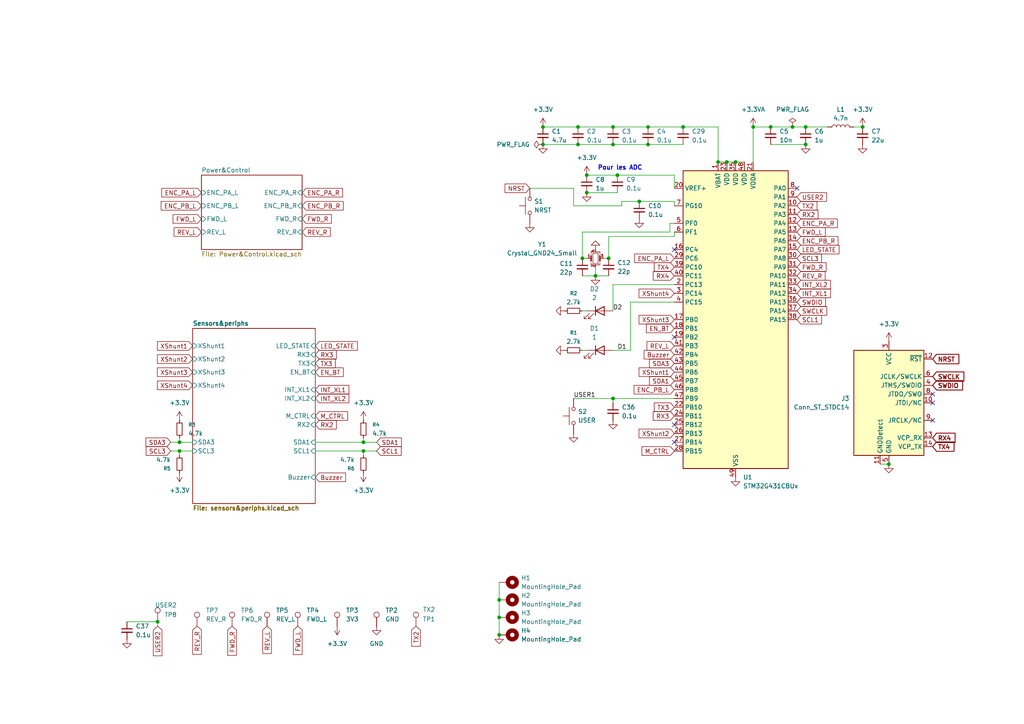
<source format=kicad_sch>
(kicad_sch (version 20250114) (generator "eeschema") (generator_version "9.0")
  (paper "A4")
  (title_block (title "ChaSouRo V1") (date "2025-09-19") (rev "Nelven") (company "ESE"))
  (lib_symbols
    (symbol "Connector:Conn_ST_STDC14"
      (property "Reference" "J" (at -8.89 16.51 0))
      (property "Value" "Conn_ST_STDC14" (at 17.78 16.51 0))
      (symbol "Conn_ST_STDC14_0_1"
        (rectangle (start -10.16 15.24) (end 10.16 -15.24) (stroke (width 0.254)) (fill (type background)))
      )
      (symbol "Conn_ST_STDC14_1_1"
        (pin no_connect line (at -10.16 5.08 0) (length 2.54) (hide yes) (name "NC") (number "1"))
        (pin no_connect line (at -10.16 2.54 0) (length 2.54) (hide yes) (name "NC") (number "2"))
        (pin passive line (at -2.54 -17.78 90) (length 2.54) (name "GNDDetect") (number "11"))
        (pin power_in line (at 0 17.78 270) (length 2.54) (name "VCC") (number "3"))
        (pin power_in line (at 0 -17.78 90) (length 2.54) (name "GND") (number "5"))
        (pin passive line (at 0 -17.78 90) (length 2.54) (hide yes) (name "GND") (number "7"))
        (pin open_collector line (at 12.7 12.7 180) (length 2.54) (name "~{RST}") (number "12"))
        (pin output line (at 12.7 7.62 180) (length 2.54) (name "JCLK/SWCLK") (number "6"))
        (pin bidirectional line (at 12.7 5.08 180) (length 2.54) (name "JTMS/SWDIO") (number "4"))
        (pin input line (at 12.7 2.54 180) (length 2.54) (name "JTDO/SWO") (number "8"))
        (pin output line (at 12.7 0 180) (length 2.54) (name "JTDI/NC") (number "10"))
        (pin input line (at 12.7 -5.08 180) (length 2.54) (name "JRCLK/NC") (number "9"))
        (pin output line (at 12.7 -10.16 180) (length 2.54) (name "VCP_RX") (number "13"))
        (pin input line (at 12.7 -12.7 180) (length 2.54) (name "VCP_TX") (number "14"))
      )
    )
    (symbol "Connector:TestPoint" (pin_numbers (hide yes)) (pin_names (offset 0.762) (hide yes))
      (property "Reference" "TP" (at 0 6.858 0))
      (property "Value" "TestPoint" (at 0 5.08 0))
      (symbol "TestPoint_0_1"
        (circle (center 0 3.302) (radius 0.762))
      )
      (symbol "TestPoint_1_1"
        (pin passive line (at 0 0 90) (length 2.54) (name "1") (number "1"))
      )
    )
    (symbol "Device:C_Small" (pin_numbers (hide yes)) (pin_names (offset 0.254) (hide yes))
      (property "Reference" "C" (at 0.254 1.778 0))
      (property "Value" "C_Small" (at 0.254 -2.032 0))
      (symbol "C_Small_0_1"
        (polyline (pts (xy -1.524 0.508) (xy 1.524 0.508)) (stroke (width 0.3048)))
        (polyline (pts (xy -1.524 -0.508) (xy 1.524 -0.508)) (stroke (width 0.3302)))
      )
      (symbol "C_Small_1_1"
        (pin passive line (at 0 2.54 270) (length 2.032) (name "~") (number "1"))
        (pin passive line (at 0 -2.54 90) (length 2.032) (name "~") (number "2"))
      )
    )
    (symbol "Device:Crystal_GND24_Small" (pin_names (offset 1.016) (hide yes))
      (property "Reference" "Y" (at 1.27 4.445 0))
      (property "Value" "Crystal_GND24_Small" (at 1.27 2.54 0))
      (symbol "Crystal_GND24_Small_0_1"
        (polyline (pts (xy -1.27 1.27) (xy -1.27 1.905) (xy 1.27 1.905) (xy 1.27 1.27)))
        (polyline (pts (xy -1.27 -0.762) (xy -1.27 0.762)) (stroke (width 0.381)))
        (polyline (pts (xy -1.27 -1.27) (xy -1.27 -1.905) (xy 1.27 -1.905) (xy 1.27 -1.27)))
        (rectangle (start -0.762 -1.524) (end 0.762 1.524))
        (polyline (pts (xy 1.27 -0.762) (xy 1.27 0.762)) (stroke (width 0.381)))
      )
      (symbol "Crystal_GND24_Small_1_1"
        (pin passive line (at -2.54 0 0) (length 1.27) (name "1") (number "1"))
        (pin passive line (at 0 2.54 270) (length 0.635) (name "4") (number "4"))
        (pin passive line (at 0 -2.54 90) (length 0.635) (name "2") (number "2"))
        (pin passive line (at 2.54 0 180) (length 1.27) (name "3") (number "3"))
      )
    )
    (symbol "Device:L" (pin_numbers (hide yes)) (pin_names (offset 1.016) (hide yes))
      (property "Reference" "L" (at -1.27 0 90))
      (property "Value" "L" (at 1.905 0 90))
      (symbol "L_0_1"
        (arc (start 0 2.54) (mid 0.6323 1.905) (end 0 1.27))
        (arc (start 0 1.27) (mid 0.6323 0.635) (end 0 0))
        (arc (start 0 0) (mid 0.6323 -0.635) (end 0 -1.27))
        (arc (start 0 -1.27) (mid 0.6323 -1.905) (end 0 -2.54))
      )
      (symbol "L_1_1"
        (pin passive line (at 0 3.81 270) (length 1.27) (name "1") (number "1"))
        (pin passive line (at 0 -3.81 90) (length 1.27) (name "2") (number "2"))
      )
    )
    (symbol "Device:LED" (pin_numbers (hide yes)) (pin_names (offset 1.016) (hide yes))
      (property "Reference" "D" (at 0 2.54 0))
      (property "Value" "LED" (at 0 -2.54 0))
      (symbol "LED_0_1"
        (polyline (pts (xy -3.048 -0.762) (xy -4.572 -2.286) (xy -3.81 -2.286) (xy -4.572 -2.286) (xy -4.572 -1.524)))
        (polyline (pts (xy -1.778 -0.762) (xy -3.302 -2.286) (xy -2.54 -2.286) (xy -3.302 -2.286) (xy -3.302 -1.524)))
        (polyline (pts (xy -1.27 0) (xy 1.27 0)))
        (polyline (pts (xy -1.27 -1.27) (xy -1.27 1.27)) (stroke (width 0.254)))
        (polyline (pts (xy 1.27 -1.27) (xy 1.27 1.27) (xy -1.27 0) (xy 1.27 -1.27)) (stroke (width 0.254)))
      )
      (symbol "LED_1_1"
        (pin passive line (at -3.81 0 0) (length 2.54) (name "K") (number "1"))
        (pin passive line (at 3.81 0 180) (length 2.54) (name "A") (number "2"))
      )
    )
    (symbol "Device:R_Small" (pin_numbers (hide yes)) (pin_names (offset 0.254) (hide yes))
      (property "Reference" "R" (at 0 0 90))
      (property "Value" "R_Small" (at 1.778 0 90))
      (symbol "R_Small_0_1"
        (rectangle (start -0.762 1.778) (end 0.762 -1.778) (stroke (width 0.2032)))
      )
      (symbol "R_Small_1_1"
        (pin passive line (at 0 2.54 270) (length 0.762) (name "~") (number "1"))
        (pin passive line (at 0 -2.54 90) (length 0.762) (name "~") (number "2"))
      )
    )
    (symbol "MCU_ST_STM32G4:STM32G431CBUx"
      (property "Reference" "U" (at -15.24 44.45 0))
      (property "Value" "STM32G431CBUx" (at 7.62 44.45 0))
      (symbol "STM32G431CBUx_0_1"
        (rectangle (start -15.24 -43.18) (end 15.24 43.18) (stroke (width 0.254)) (fill (type background)))
      )
      (symbol "STM32G431CBUx_1_1"
        (pin input line (at -17.78 38.1 0) (length 2.54) (name "VREF+") (number "20"))
        (pin bidirectional line (at -17.78 33.02 0) (length 2.54) (name "PG10") (number "7"))
        (pin bidirectional line (at -17.78 27.94 0) (length 2.54) (name "PF0") (number "5"))
        (pin bidirectional line (at -17.78 25.4 0) (length 2.54) (name "PF1") (number "6"))
        (pin bidirectional line (at -17.78 20.32 0) (length 2.54) (name "PC4") (number "16"))
        (pin bidirectional line (at -17.78 17.78 0) (length 2.54) (name "PC6") (number "29"))
        (pin bidirectional line (at -17.78 15.24 0) (length 2.54) (name "PC10") (number "39"))
        (pin bidirectional line (at -17.78 12.7 0) (length 2.54) (name "PC11") (number "40"))
        (pin bidirectional line (at -17.78 10.16 0) (length 2.54) (name "PC13") (number "2"))
        (pin bidirectional line (at -17.78 7.62 0) (length 2.54) (name "PC14") (number "3"))
        (pin bidirectional line (at -17.78 5.08 0) (length 2.54) (name "PC15") (number "4"))
        (pin bidirectional line (at -17.78 0 0) (length 2.54) (name "PB0") (number "17"))
        (pin bidirectional line (at -17.78 -2.54 0) (length 2.54) (name "PB1") (number "18"))
        (pin bidirectional line (at -17.78 -5.08 0) (length 2.54) (name "PB2") (number "19"))
        (pin bidirectional line (at -17.78 -7.62 0) (length 2.54) (name "PB3") (number "41"))
        (pin bidirectional line (at -17.78 -10.16 0) (length 2.54) (name "PB4") (number "42"))
        (pin bidirectional line (at -17.78 -12.7 0) (length 2.54) (name "PB5") (number "43"))
        (pin bidirectional line (at -17.78 -15.24 0) (length 2.54) (name "PB6") (number "44"))
        (pin bidirectional line (at -17.78 -17.78 0) (length 2.54) (name "PB7") (number "45"))
        (pin bidirectional line (at -17.78 -20.32 0) (length 2.54) (name "PB8") (number "46"))
        (pin bidirectional line (at -17.78 -22.86 0) (length 2.54) (name "PB9") (number "47"))
        (pin bidirectional line (at -17.78 -25.4 0) (length 2.54) (name "PB10") (number "22"))
        (pin bidirectional line (at -17.78 -27.94 0) (length 2.54) (name "PB11") (number "24"))
        (pin bidirectional line (at -17.78 -30.48 0) (length 2.54) (name "PB12") (number "25"))
        (pin bidirectional line (at -17.78 -33.02 0) (length 2.54) (name "PB13") (number "26"))
        (pin bidirectional line (at -17.78 -35.56 0) (length 2.54) (name "PB14") (number "27"))
        (pin bidirectional line (at -17.78 -38.1 0) (length 2.54) (name "PB15") (number "28"))
        (pin power_in line (at -5.08 45.72 270) (length 2.54) (name "VBAT") (number "1"))
        (pin power_in line (at -2.54 45.72 270) (length 2.54) (name "VDD") (number "23"))
        (pin power_in line (at 0 45.72 270) (length 2.54) (name "VDD") (number "35"))
        (pin power_in line (at 0 -45.72 90) (length 2.54) (name "VSS") (number "49"))
        (pin power_in line (at 2.54 45.72 270) (length 2.54) (name "VDD") (number "48"))
        (pin power_in line (at 5.08 45.72 270) (length 2.54) (name "VDDA") (number "21"))
        (pin bidirectional line (at 17.78 38.1 180) (length 2.54) (name "PA0") (number "8"))
        (pin bidirectional line (at 17.78 35.56 180) (length 2.54) (name "PA1") (number "9"))
        (pin bidirectional line (at 17.78 33.02 180) (length 2.54) (name "PA2") (number "10"))
        (pin bidirectional line (at 17.78 30.48 180) (length 2.54) (name "PA3") (number "11"))
        (pin bidirectional line (at 17.78 27.94 180) (length 2.54) (name "PA4") (number "12"))
        (pin bidirectional line (at 17.78 25.4 180) (length 2.54) (name "PA5") (number "13"))
        (pin bidirectional line (at 17.78 22.86 180) (length 2.54) (name "PA6") (number "14"))
        (pin bidirectional line (at 17.78 20.32 180) (length 2.54) (name "PA7") (number "15"))
        (pin bidirectional line (at 17.78 17.78 180) (length 2.54) (name "PA8") (number "30"))
        (pin bidirectional line (at 17.78 15.24 180) (length 2.54) (name "PA9") (number "31"))
        (pin bidirectional line (at 17.78 12.7 180) (length 2.54) (name "PA10") (number "32"))
        (pin bidirectional line (at 17.78 10.16 180) (length 2.54) (name "PA11") (number "33"))
        (pin bidirectional line (at 17.78 7.62 180) (length 2.54) (name "PA12") (number "34"))
        (pin bidirectional line (at 17.78 5.08 180) (length 2.54) (name "PA13") (number "36"))
        (pin bidirectional line (at 17.78 2.54 180) (length 2.54) (name "PA14") (number "37"))
        (pin bidirectional line (at 17.78 0 180) (length 2.54) (name "PA15") (number "38"))
      )
    )
    (symbol "Mechanical:MountingHole_Pad" (pin_numbers (hide yes)) (pin_names (offset 1.016) (hide yes)) (in_bom no)
      (property "Reference" "H" (at 0 6.35 0))
      (property "Value" "MountingHole_Pad" (at 0 4.445 0))
      (symbol "MountingHole_Pad_0_1"
        (circle (center 0 1.27) (radius 1.27) (stroke (width 1.27)))
      )
      (symbol "MountingHole_Pad_1_1"
        (pin input line (at 0 -2.54 90) (length 2.54) (name "1") (number "1"))
      )
    )
    (symbol "Switch:SW_Push" (pin_numbers (hide yes)) (pin_names (offset 1.016) (hide yes))
      (property "Reference" "SW" (at 1.27 2.54 0))
      (property "Value" "SW_Push" (at 0 -1.524 0))
      (symbol "SW_Push_0_1"
        (circle (center -2.032 0) (radius 0.508))
        (polyline (pts (xy 0 1.27) (xy 0 3.048)))
        (circle (center 2.032 0) (radius 0.508))
        (polyline (pts (xy 2.54 1.27) (xy -2.54 1.27)))
        (pin passive line (at -5.08 0 0) (length 2.54) (name "1") (number "1"))
        (pin passive line (at 5.08 0 180) (length 2.54) (name "2") (number "2"))
      )
    )
    (symbol "power:+3.3V" (power) (pin_numbers (hide yes)) (pin_names (offset 0) (hide yes))
      (property "Value" "+3.3V" (at 0 3.556 0))
      (symbol "+3.3V_0_1"
        (polyline (pts (xy -0.762 1.27) (xy 0 2.54)))
        (polyline (pts (xy 0 2.54) (xy 0.762 1.27)))
        (polyline (pts (xy 0 0) (xy 0 2.54)))
      )
      (symbol "+3.3V_1_1"
        (pin power_in line (at 0 0 90) (length 0) (name "~") (number "1"))
      )
    )
    (symbol "power:+3.3VA" (power) (pin_numbers (hide yes)) (pin_names (offset 0) (hide yes))
      (property "Value" "+3.3VA" (at 0 3.556 0))
      (symbol "+3.3VA_0_1"
        (polyline (pts (xy -0.762 1.27) (xy 0 2.54)))
        (polyline (pts (xy 0 2.54) (xy 0.762 1.27)))
        (polyline (pts (xy 0 0) (xy 0 2.54)))
      )
      (symbol "+3.3VA_1_1"
        (pin power_in line (at 0 0 90) (length 0) (name "~") (number "1"))
      )
    )
    (symbol "power:GND" (power) (pin_numbers (hide yes)) (pin_names (offset 0) (hide yes))
      (property "Value" "GND" (at 0 -3.81 0))
      (symbol "GND_0_1"
        (polyline (pts (xy 0 0) (xy 0 -1.27) (xy 1.27 -1.27) (xy 0 -2.54) (xy -1.27 -1.27) (xy 0 -1.27)))
      )
      (symbol "GND_1_1"
        (pin power_in line (at 0 0 270) (length 0) (name "~") (number "1"))
      )
    )
    (symbol "power:PWR_FLAG" (power) (pin_numbers (hide yes)) (pin_names (offset 0) (hide yes))
      (property "Value" "PWR_FLAG" (at 0 3.81 0))
      (symbol "PWR_FLAG_0_0"
        (pin power_out line (at 0 0 90) (length 0) (name "~") (number "1"))
      )
      (symbol "PWR_FLAG_0_1"
        (polyline (pts (xy 0 0) (xy 0 1.27) (xy -1.016 1.905) (xy 0 2.54) (xy 1.016 1.905) (xy 0 1.27)))
      )
    )
  )
  (text "Pour les ADC" (at 179.832 48.768 0) (effects (font (size 1.27 1.27) (thickness 0.254) (bold yes))))
  (junction (at 223.52 36.83))
  (junction (at 218.44 36.83))
  (junction (at 144.78 173.99))
  (junction (at 52.07 128.27))
  (junction (at 233.68 41.91))
  (junction (at 250.19 36.83))
  (junction (at 167.64 36.83))
  (junction (at 229.87 36.83))
  (junction (at 170.18 50.8))
  (junction (at 198.12 36.83))
  (junction (at 157.48 36.83))
  (junction (at 167.64 41.91))
  (junction (at 177.8 41.91))
  (junction (at 213.36 46.99))
  (junction (at 105.41 130.81))
  (junction (at 177.8 115.57))
  (junction (at 177.8 36.83))
  (junction (at 257.81 134.62))
  (junction (at 185.42 58.42))
  (junction (at 144.78 179.07))
  (junction (at 45.72 180.34))
  (junction (at 144.78 184.15))
  (junction (at 176.53 74.93))
  (junction (at 52.07 130.81))
  (junction (at 210.82 46.99))
  (junction (at 208.28 46.99))
  (junction (at 168.91 74.93))
  (junction (at 170.18 55.88))
  (junction (at 157.48 41.91))
  (junction (at 179.07 50.8))
  (junction (at 233.68 36.83))
  (junction (at 172.72 80.01))
  (junction (at 187.96 36.83))
  (junction (at 105.41 128.27))
  (junction (at 187.96 41.91))
  (no_connect (at 270.51 114.3))
  (no_connect (at 270.51 116.84))
  (no_connect (at 231.14 54.61))
  (no_connect (at 195.58 123.19))
  (no_connect (at 195.58 72.39))
  (no_connect (at 270.51 121.92))
  (no_connect (at 195.58 128.27))
  (no_connect (at 195.58 97.79))
  (wire (pts (xy 195.58 82.55) (xy 177.8 82.55)))
  (wire (pts (xy 170.18 50.8) (xy 179.07 50.8)))
  (wire (pts (xy 194.31 64.77) (xy 194.31 67.31)))
  (wire (pts (xy 52.07 128.27) (xy 55.88 128.27)))
  (wire (pts (xy 168.91 74.93) (xy 170.18 74.93)))
  (wire (pts (xy 223.52 36.83) (xy 229.87 36.83)))
  (wire (pts (xy 176.53 74.93) (xy 175.26 74.93)))
  (wire (pts (xy 166.37 59.69) (xy 166.37 54.61)))
  (wire (pts (xy 167.64 41.91) (xy 177.8 41.91)))
  (wire (pts (xy 168.91 90.17) (xy 170.18 90.17)))
  (wire (pts (xy 223.52 41.91) (xy 233.68 41.91)))
  (wire (pts (xy 170.18 55.88) (xy 179.07 55.88)))
  (wire (pts (xy 172.72 77.47) (xy 172.72 80.01)))
  (wire (pts (xy 179.07 50.8) (xy 195.58 50.8)))
  (wire (pts (xy 177.8 36.83) (xy 187.96 36.83)))
  (wire (pts (xy 105.41 130.81) (xy 91.44 130.81)))
  (wire (pts (xy 105.41 130.81) (xy 105.41 132.08)))
  (wire (pts (xy 229.87 36.83) (xy 233.68 36.83)))
  (wire (pts (xy 180.34 59.69) (xy 180.34 58.42)))
  (wire (pts (xy 176.53 68.58) (xy 195.58 68.58)))
  (wire (pts (xy 144.78 168.91) (xy 144.78 173.99)))
  (wire (pts (xy 187.96 41.91) (xy 198.12 41.91)))
  (wire (pts (xy 167.64 36.83) (xy 177.8 36.83)))
  (wire (pts (xy 109.22 128.27) (xy 105.41 128.27)))
  (wire (pts (xy 144.78 179.07) (xy 144.78 184.15)))
  (wire (pts (xy 255.27 134.62) (xy 257.81 134.62)))
  (wire (pts (xy 247.65 36.83) (xy 250.19 36.83)))
  (wire (pts (xy 240.03 36.83) (xy 233.68 36.83)))
  (wire (pts (xy 208.28 36.83) (xy 208.28 46.99)))
  (wire (pts (xy 157.48 41.91) (xy 167.64 41.91)))
  (wire (pts (xy 168.91 67.31) (xy 194.31 67.31)))
  (wire (pts (xy 195.58 58.42) (xy 195.58 59.69)))
  (wire (pts (xy 210.82 46.99) (xy 213.36 46.99)))
  (wire (pts (xy 49.53 128.27) (xy 52.07 128.27)))
  (wire (pts (xy 182.88 87.63) (xy 182.88 101.6)))
  (wire (pts (xy 168.91 101.6) (xy 170.18 101.6)))
  (wire (pts (xy 208.28 46.99) (xy 210.82 46.99)))
  (wire (pts (xy 36.83 180.34) (xy 45.72 180.34)))
  (wire (pts (xy 52.07 127) (xy 52.07 128.27)))
  (wire (pts (xy 168.91 67.31) (xy 168.91 74.93)))
  (wire (pts (xy 195.58 54.61) (xy 195.58 50.8)))
  (wire (pts (xy 218.44 46.99) (xy 218.44 36.83)))
  (wire (pts (xy 172.72 80.01) (xy 168.91 80.01)))
  (wire (pts (xy 177.8 41.91) (xy 187.96 41.91)))
  (wire (pts (xy 172.72 80.01) (xy 176.53 80.01)))
  (wire (pts (xy 166.37 115.57) (xy 177.8 115.57)))
  (wire (pts (xy 49.53 130.81) (xy 52.07 130.81)))
  (wire (pts (xy 185.42 58.42) (xy 195.58 58.42)))
  (wire (pts (xy 105.41 128.27) (xy 91.44 128.27)))
  (wire (pts (xy 218.44 36.83) (xy 223.52 36.83)))
  (wire (pts (xy 109.22 130.81) (xy 105.41 130.81)))
  (wire (pts (xy 52.07 130.81) (xy 55.88 130.81)))
  (wire (pts (xy 180.34 58.42) (xy 185.42 58.42)))
  (wire (pts (xy 195.58 68.58) (xy 195.58 67.31)))
  (wire (pts (xy 166.37 59.69) (xy 180.34 59.69)))
  (wire (pts (xy 187.96 36.83) (xy 198.12 36.83)))
  (wire (pts (xy 213.36 46.99) (xy 215.9 46.99)))
  (wire (pts (xy 198.12 36.83) (xy 208.28 36.83)))
  (wire (pts (xy 157.48 36.83) (xy 167.64 36.83)))
  (wire (pts (xy 195.58 87.63) (xy 182.88 87.63)))
  (wire (pts (xy 45.72 180.34) (xy 45.72 181.61)))
  (wire (pts (xy 105.41 127) (xy 105.41 128.27)))
  (wire (pts (xy 52.07 130.81) (xy 52.07 132.08)))
  (wire (pts (xy 177.8 115.57) (xy 195.58 115.57)))
  (wire (pts (xy 177.8 82.55) (xy 177.8 90.17)))
  (wire (pts (xy 195.58 64.77) (xy 194.31 64.77)))
  (wire (pts (xy 177.8 101.6) (xy 182.88 101.6)))
  (wire (pts (xy 176.53 68.58) (xy 176.53 74.93)))
  (wire (pts (xy 166.37 54.61) (xy 153.67 54.61)))
  (wire (pts (xy 177.8 116.84) (xy 177.8 115.57)))
  (wire (pts (xy 144.78 173.99) (xy 144.78 179.07)))
  (label "USER1" (at 166.37 115.57 0))
  (label "D1" (at 179.07 101.6 0))
  (label "D2" (at 177.8 90.17 0))
  (global_label "M_CTRL" (shape input) (at 91.44 120.65 0) (effects (font (thickness 0.1588))) (property "Intersheetrefs" "${INTERSHEET_REFS}" (effects (hide yes))))
  (global_label "NRST" (shape input) (at 270.51 104.14 0) (effects (font (thickness 0.254) (bold yes))) (property "Intersheetrefs" "${INTERSHEET_REFS}" (effects (hide yes))))
  (global_label "USER2" (shape input) (at 231.14 57.15 0) (property "Intersheetrefs" "${INTERSHEET_REFS}" (effects (hide yes))))
  (global_label "SWDIO" (shape input) (at 270.51 111.76 0) (effects (font (thickness 0.254) (bold yes))) (property "Intersheetrefs" "${INTERSHEET_REFS}" (effects (hide yes))))
  (global_label "REV_L" (shape input) (at 195.58 100.33 180) (property "Intersheetrefs" "${INTERSHEET_REFS}" (effects (hide yes))))
  (global_label "INT_XL1" (shape input) (at 231.14 85.09 0) (effects (font (thickness 0.1588))) (property "Intersheetrefs" "${INTERSHEET_REFS}" (effects (hide yes))))
  (global_label "TX3" (shape input) (at 195.58 118.11 180) (effects (font (thickness 0.1588))) (property "Intersheetrefs" "${INTERSHEET_REFS}" (effects (hide yes))))
  (global_label "ENC_PB_L" (shape input) (at 195.58 113.03 180) (property "Intersheetrefs" "${INTERSHEET_REFS}" (effects (hide yes))))
  (global_label "LED_STATE" (shape input) (at 231.14 72.39 0) (property "Intersheetrefs" "${INTERSHEET_REFS}" (effects (hide yes))))
  (global_label "FWD_L" (shape input) (at 231.14 67.31 0) (property "Intersheetrefs" "${INTERSHEET_REFS}" (effects (hide yes))))
  (global_label "REV_L" (shape input) (at 58.42 67.31 180) (property "Intersheetrefs" "${INTERSHEET_REFS}" (effects (hide yes))))
  (global_label "TX2" (shape input) (at 231.14 59.69 0) (property "Intersheetrefs" "${INTERSHEET_REFS}" (effects (hide yes))))
  (global_label "REV_R" (shape input) (at 87.63 67.31 0) (property "Intersheetrefs" "${INTERSHEET_REFS}" (effects (hide yes))))
  (global_label "SDA3" (shape input) (at 49.53 128.27 180) (effects (font (thickness 0.1588))) (property "Intersheetrefs" "${INTERSHEET_REFS}" (effects (hide yes))))
  (global_label "SCL3" (shape input) (at 231.14 74.93 0) (effects (font (thickness 0.1588))) (property "Intersheetrefs" "${INTERSHEET_REFS}" (effects (hide yes))))
  (global_label "RX3" (shape input) (at 195.58 120.65 180) (effects (font (thickness 0.1588))) (property "Intersheetrefs" "${INTERSHEET_REFS}" (effects (hide yes))))
  (global_label "TX3" (shape input) (at 91.44 105.41 0) (effects (font (thickness 0.1588))) (property "Intersheetrefs" "${INTERSHEET_REFS}" (effects (hide yes))))
  (global_label "FWD_L" (shape input) (at 86.36 181.61 270) (property "Intersheetrefs" "${INTERSHEET_REFS}" (effects (hide yes))))
  (global_label "INT_XL1" (shape input) (at 91.44 113.03 0) (effects (font (thickness 0.1588))) (property "Intersheetrefs" "${INTERSHEET_REFS}" (effects (hide yes))))
  (global_label "SWDIO" (shape input) (at 231.14 87.63 0) (effects (font (thickness 0.1588))) (property "Intersheetrefs" "${INTERSHEET_REFS}" (effects (hide yes))))
  (global_label "ENC_PA_L" (shape input) (at 195.58 74.93 180) (property "Intersheetrefs" "${INTERSHEET_REFS}" (effects (hide yes))))
  (global_label "SDA3" (shape input) (at 195.58 105.41 180) (effects (font (thickness 0.1588))) (property "Intersheetrefs" "${INTERSHEET_REFS}" (effects (hide yes))))
  (global_label "ENC_PA_L" (shape input) (at 58.42 55.88 180) (property "Intersheetrefs" "${INTERSHEET_REFS}" (effects (hide yes))))
  (global_label "FWD_L" (shape input) (at 58.42 63.5 180) (property "Intersheetrefs" "${INTERSHEET_REFS}" (effects (hide yes))))
  (global_label "INT_XL2" (shape input) (at 91.44 115.57 0) (effects (font (thickness 0.1588))) (property "Intersheetrefs" "${INTERSHEET_REFS}" (effects (hide yes))))
  (global_label "XShunt4" (shape input) (at 55.88 111.76 180) (property "Intersheetrefs" "${INTERSHEET_REFS}" (effects (hide yes))))
  (global_label "RX4" (shape input) (at 270.51 127 0) (effects (font (thickness 0.254) (bold yes))) (property "Intersheetrefs" "${INTERSHEET_REFS}" (effects (hide yes))))
  (global_label "XShunt3" (shape input) (at 55.88 107.95 180) (property "Intersheetrefs" "${INTERSHEET_REFS}" (effects (hide yes))))
  (global_label "FWD_R" (shape input) (at 231.14 77.47 0) (property "Intersheetrefs" "${INTERSHEET_REFS}" (effects (hide yes))))
  (global_label "Buzzer" (shape input) (at 91.44 138.43 0) (property "Intersheetrefs" "${INTERSHEET_REFS}" (effects (hide yes))))
  (global_label "INT_XL2" (shape input) (at 231.14 82.55 0) (effects (font (thickness 0.1588))) (property "Intersheetrefs" "${INTERSHEET_REFS}" (effects (hide yes))))
  (global_label "SDA1" (shape input) (at 109.22 128.27 0) (effects (font (thickness 0.1588))) (property "Intersheetrefs" "${INTERSHEET_REFS}" (effects (hide yes))))
  (global_label "REV_R" (shape input) (at 57.15 181.61 270) (property "Intersheetrefs" "${INTERSHEET_REFS}" (effects (hide yes))))
  (global_label "ENC_PA_R" (shape input) (at 231.14 64.77 0) (property "Intersheetrefs" "${INTERSHEET_REFS}" (effects (hide yes))))
  (global_label "LED_STATE" (shape input) (at 91.44 100.33 0) (property "Intersheetrefs" "${INTERSHEET_REFS}" (effects (hide yes))))
  (global_label "SCL3" (shape input) (at 49.53 130.81 180) (effects (font (thickness 0.1588))) (property "Intersheetrefs" "${INTERSHEET_REFS}" (effects (hide yes))))
  (global_label "Buzzer" (shape input) (at 195.58 102.87 180) (property "Intersheetrefs" "${INTERSHEET_REFS}" (effects (hide yes))))
  (global_label "XShunt2" (shape input) (at 55.88 104.14 180) (property "Intersheetrefs" "${INTERSHEET_REFS}" (effects (hide yes))))
  (global_label "REV_L" (shape input) (at 77.47 181.61 270) (property "Intersheetrefs" "${INTERSHEET_REFS}" (effects (hide yes))))
  (global_label "ENC_PB_R" (shape input) (at 231.14 69.85 0) (property "Intersheetrefs" "${INTERSHEET_REFS}" (effects (hide yes))))
  (global_label "XShunt4" (shape input) (at 195.58 85.09 180) (property "Intersheetrefs" "${INTERSHEET_REFS}" (effects (hide yes))))
  (global_label "FWD_R" (shape input) (at 67.31 181.61 270) (property "Intersheetrefs" "${INTERSHEET_REFS}" (effects (hide yes))))
  (global_label "XShunt2" (shape input) (at 195.58 125.73 180) (property "Intersheetrefs" "${INTERSHEET_REFS}" (effects (hide yes))))
  (global_label "XShunt1" (shape input) (at 195.58 107.95 180) (property "Intersheetrefs" "${INTERSHEET_REFS}" (effects (hide yes))))
  (global_label "SWCLK" (shape input) (at 270.51 109.22 0) (effects (font (thickness 0.254) (bold yes))) (property "Intersheetrefs" "${INTERSHEET_REFS}" (effects (hide yes))))
  (global_label "RX2" (shape input) (at 231.14 62.23 0) (effects (font (thickness 0.1588))) (property "Intersheetrefs" "${INTERSHEET_REFS}" (effects (hide yes))))
  (global_label "ENC_PB_R" (shape input) (at 87.63 59.69 0) (property "Intersheetrefs" "${INTERSHEET_REFS}" (effects (hide yes))))
  (global_label "XShunt1" (shape input) (at 55.88 100.33 180) (property "Intersheetrefs" "${INTERSHEET_REFS}" (effects (hide yes))))
  (global_label "RX2" (shape input) (at 91.44 123.19 0) (effects (font (thickness 0.1588))) (property "Intersheetrefs" "${INTERSHEET_REFS}" (effects (hide yes))))
  (global_label "SCL1" (shape input) (at 231.14 92.71 0) (effects (font (thickness 0.1588))) (property "Intersheetrefs" "${INTERSHEET_REFS}" (effects (hide yes))))
  (global_label "NRST" (shape input) (at 153.67 54.61 180) (property "Intersheetrefs" "${INTERSHEET_REFS}" (effects (hide yes))))
  (global_label "ENC_PB_L" (shape input) (at 58.42 59.69 180) (property "Intersheetrefs" "${INTERSHEET_REFS}" (effects (hide yes))))
  (global_label "SDA1" (shape input) (at 195.58 110.49 180) (effects (font (thickness 0.1588))) (property "Intersheetrefs" "${INTERSHEET_REFS}" (effects (hide yes))))
  (global_label "TX2" (shape input) (at 120.65 181.61 270) (property "Intersheetrefs" "${INTERSHEET_REFS}" (effects (hide yes))))
  (global_label "SWCLK" (shape input) (at 231.14 90.17 0) (effects (font (thickness 0.1588))) (property "Intersheetrefs" "${INTERSHEET_REFS}" (effects (hide yes))))
  (global_label "REV_R" (shape input) (at 231.14 80.01 0) (property "Intersheetrefs" "${INTERSHEET_REFS}" (effects (hide yes))))
  (global_label "EN_BT" (shape input) (at 195.58 95.25 180) (property "Intersheetrefs" "${INTERSHEET_REFS}" (effects (hide yes))))
  (global_label "FWD_R" (shape input) (at 87.63 63.5 0) (property "Intersheetrefs" "${INTERSHEET_REFS}" (effects (hide yes))))
  (global_label "TX4" (shape input) (at 270.51 129.54 0) (effects (font (thickness 0.254) (bold yes))) (property "Intersheetrefs" "${INTERSHEET_REFS}" (effects (hide yes))))
  (global_label "TX4" (shape input) (at 195.58 77.47 180) (effects (font (thickness 0.1588))) (property "Intersheetrefs" "${INTERSHEET_REFS}" (effects (hide yes))))
  (global_label "USER2" (shape input) (at 45.72 181.61 270) (property "Intersheetrefs" "${INTERSHEET_REFS}" (effects (hide yes))))
  (global_label "ENC_PA_R" (shape input) (at 87.63 55.88 0) (property "Intersheetrefs" "${INTERSHEET_REFS}" (effects (hide yes))))
  (global_label "RX4" (shape input) (at 195.58 80.01 180) (effects (font (thickness 0.1588))) (property "Intersheetrefs" "${INTERSHEET_REFS}" (effects (hide yes))))
  (global_label "M_CTRL" (shape input) (at 195.58 130.81 180) (effects (font (thickness 0.1588))) (property "Intersheetrefs" "${INTERSHEET_REFS}" (effects (hide yes))))
  (global_label "EN_BT" (shape input) (at 91.44 107.95 0) (property "Intersheetrefs" "${INTERSHEET_REFS}" (effects (hide yes))))
  (global_label "XShunt3" (shape input) (at 195.58 92.71 180) (property "Intersheetrefs" "${INTERSHEET_REFS}" (effects (hide yes))))
  (global_label "SCL1" (shape input) (at 109.22 130.81 0) (effects (font (thickness 0.1588))) (property "Intersheetrefs" "${INTERSHEET_REFS}" (effects (hide yes))))
  (global_label "RX3" (shape input) (at 91.44 102.87 0) (effects (font (thickness 0.1588))) (property "Intersheetrefs" "${INTERSHEET_REFS}" (effects (hide yes))))
  (symbol (lib_id "power:+3.3V") (at 250.19 36.83 0) (unit 1)
    (property "Reference" "#PWR03" (effects (hide yes)))
    (property "Value" "+3.3V" (at 250.19 31.75 0))
    (property "Description" "Power symbol creates a global label with name \"+3.3V\"" (effects (hide yes)))
  )
  (symbol (lib_id "power:GND") (at 185.42 63.5 0) (unit 1)
    (property "Reference" "#PWR010" (effects (hide yes)))
    (property "Value" "GND" (effects (hide yes)))
    (property "Description" "Power symbol creates a global label with name \"GND\" , ground" (effects (hide yes)))
  )
  (symbol (lib_id "power:+3.3V") (at 170.18 50.8 0) (unit 1)
    (property "Reference" "#PWR017" (effects (hide yes)))
    (property "Value" "+3.3V" (at 170.18 45.72 0))
    (property "Description" "Power symbol creates a global label with name \"+3.3V\"" (effects (hide yes)))
  )
  (symbol (lib_id "power:GND") (at 172.72 72.39 180) (unit 1)
    (property "Reference" "#PWR011" (effects (hide yes)))
    (property "Value" "GND" (effects (hide yes)))
    (property "Description" "Power symbol creates a global label with name \"GND\" , ground" (effects (hide yes)))
  )
  (symbol (lib_id "Connector:Conn_ST_STDC14") (at 257.81 116.84 0) (unit 1)
    (property "Reference" "J3" (at 246.38 115.5699 0) (effects (justify right)))
    (property "Value" "Conn_ST_STDC14" (at 246.38 118.1099 0) (effects (justify right)))
    (property "Footprint" "Connector_PinHeader_1.27mm:PinHeader_2x07_P1.27mm_Vertical_SMD" (effects (hide yes)))
    (property "Datasheet" "https://www.st.com/content/ccc/resource/technical/document/user_manual/group1/99/49/91/b6/b2/3a/46/e5/DM00526767/files/DM00526767.pdf/jcr:content/translations/en.DM00526767.pdf" (effects (hide yes)))
    (property "Description" "ST Debug Connector, standard ARM Cortex-M SWD and JTAG interface plus UART" (effects (hide yes)))
  )
  (symbol (lib_id "Device:C_Small") (at 250.19 39.37 0) (unit 1)
    (property "Reference" "C7" (at 252.73 38.1062 0) (effects (justify left)))
    (property "Value" "22u" (at 252.73 40.6462 0) (effects (justify left)))
    (property "Footprint" "Capacitor_SMD:C_0603_1608Metric" (effects (hide yes)))
    (property "Description" "Unpolarized capacitor, small symbol" (effects (hide yes)))
  )
  (symbol (lib_id "Device:C_Small") (at 187.96 39.37 0) (unit 1)
    (property "Reference" "C4" (at 190.5 38.1062 0) (effects (justify left)))
    (property "Value" "0.1u" (at 190.5 40.6462 0) (effects (justify left)))
    (property "Footprint" "Capacitor_SMD:C_0402_1005Metric" (effects (hide yes)))
    (property "Description" "Unpolarized capacitor, small symbol" (effects (hide yes)))
  )
  (symbol (lib_id "Device:C_Small") (at 179.07 53.34 0) (unit 1)
    (property "Reference" "C9" (at 181.61 52.0762 0) (effects (justify left)))
    (property "Value" "0.1u" (at 181.61 54.6162 0) (effects (justify left)))
    (property "Footprint" "Capacitor_SMD:C_0402_1005Metric" (effects (hide yes)))
    (property "Description" "Unpolarized capacitor, small symbol" (effects (hide yes)))
  )
  (symbol (lib_id "Device:R_Small") (at 105.41 134.62 0) (unit 1)
    (property "Reference" "R6" (at 102.87 135.8901 0) (effects (font (size 1.016 1.016)) (justify right)))
    (property "Value" "4.7k" (at 102.87 133.3501 0) (effects (justify right)))
    (property "Footprint" "Resistor_SMD:R_0402_1005Metric" (effects (hide yes)))
    (property "Description" "Resistor, small symbol" (effects (hide yes)))
  )
  (symbol (lib_id "Switch:SW_Push") (at 153.67 59.69 90) (unit 1)
    (property "Reference" "S1" (at 154.94 58.4199 90) (effects (justify right)))
    (property "Value" "NRST" (at 154.94 60.9599 90) (effects (justify right)))
    (property "Footprint" "ESE:430182070816" (effects (hide yes)))
    (property "Description" "Push button switch, generic, two pins" (effects (hide yes)))
  )
  (symbol (lib_id "Connector:TestPoint") (at 57.15 181.61 0) (unit 1)
    (property "Reference" "TP7" (at 59.69 177.0379 0) (effects (justify left)))
    (property "Value" "REV_R" (at 59.69 179.5779 0) (effects (justify left)))
    (property "Footprint" "TestPoint:TestPoint_Bridge_Pitch2.0mm_Drill0.7mm" (effects (hide yes)))
    (property "Description" "test point" (effects (hide yes)))
  )
  (symbol (lib_id "Device:R_Small") (at 52.07 124.46 180) (unit 1)
    (property "Reference" "R3" (at 54.61 123.1899 0) (effects (font (size 1.016 1.016)) (justify right)))
    (property "Value" "4.7k" (at 54.61 125.7299 0) (effects (justify right)))
    (property "Footprint" "Resistor_SMD:R_0402_1005Metric" (effects (hide yes)))
    (property "Description" "Resistor, small symbol" (effects (hide yes)))
  )
  (symbol (lib_id "power:GND") (at 213.36 138.43 0) (unit 1)
    (property "Reference" "#PWR022" (effects (hide yes)))
    (property "Value" "GND" (effects (hide yes)))
    (property "Description" "Power symbol creates a global label with name \"GND\" , ground" (effects (hide yes)))
  )
  (symbol (lib_id "Connector:TestPoint") (at 77.47 181.61 0) (unit 1)
    (property "Reference" "TP5" (at 80.01 177.0379 0) (effects (justify left)))
    (property "Value" "REV_L" (at 80.01 179.5779 0) (effects (justify left)))
    (property "Footprint" "TestPoint:TestPoint_Bridge_Pitch2.0mm_Drill0.7mm" (effects (hide yes)))
    (property "Description" "test point" (effects (hide yes)))
  )
  (symbol (lib_id "Device:C_Small") (at 223.52 39.37 0) (unit 1)
    (property "Reference" "C5" (at 226.06 38.1062 0) (effects (justify left)))
    (property "Value" "10n" (at 226.06 40.6462 0) (effects (justify left)))
    (property "Footprint" "Capacitor_SMD:C_0402_1005Metric" (effects (hide yes)))
    (property "Description" "Unpolarized capacitor, small symbol" (effects (hide yes)))
  )
  (symbol (lib_id "Connector:TestPoint") (at 67.31 181.61 0) (unit 1)
    (property "Reference" "TP6" (at 69.85 177.0379 0) (effects (justify left)))
    (property "Value" "FWD_R" (at 69.85 179.5779 0) (effects (justify left)))
    (property "Footprint" "TestPoint:TestPoint_Bridge_Pitch2.0mm_Drill0.7mm" (effects (hide yes)))
    (property "Description" "test point" (effects (hide yes)))
  )
  (symbol (lib_id "power:+3.3VA") (at 218.44 36.83 0) (unit 1)
    (property "Reference" "#PWR02" (effects (hide yes)))
    (property "Value" "+3.3VA" (at 218.44 31.75 0))
    (property "Description" "Power symbol creates a global label with name \"+3.3VA\"" (effects (hide yes)))
  )
  (symbol (lib_id "Device:C_Small") (at 176.53 77.47 0) (unit 1)
    (property "Reference" "C12" (at 179.07 76.2062 0) (effects (justify left)))
    (property "Value" "22p" (at 179.07 78.7462 0) (effects (justify left)))
    (property "Footprint" "Capacitor_SMD:C_0402_1005Metric" (effects (hide yes)))
    (property "Description" "Unpolarized capacitor, small symbol" (effects (hide yes)))
  )
  (symbol (lib_id "Device:C_Small") (at 185.42 60.96 0) (unit 1)
    (property "Reference" "C10" (at 187.96 59.6962 0) (effects (justify left)))
    (property "Value" "0.1u" (at 187.96 62.2362 0) (effects (justify left)))
    (property "Footprint" "Capacitor_SMD:C_0402_1005Metric" (effects (hide yes)))
    (property "Description" "Unpolarized capacitor, small symbol" (effects (hide yes)))
  )
  (symbol (lib_id "power:+3.3V") (at 157.48 36.83 0) (unit 1)
    (property "Reference" "#PWR01" (effects (hide yes)))
    (property "Value" "+3.3V" (at 157.48 31.75 0))
    (property "Description" "Power symbol creates a global label with name \"+3.3V\"" (effects (hide yes)))
  )
  (symbol (lib_id "Device:Crystal_GND24_Small") (at 172.72 74.93 0) (unit 1)
    (property "Reference" "Y1" (at 157.226 70.866 0))
    (property "Value" "Crystal_GND24_Small" (at 157.226 73.406 0))
    (property "Footprint" "Crystal:Crystal_SMD_3225-4Pin_3.2x2.5mm" (effects (hide yes)))
    (property "Description" "Four pin crystal, GND on pins 2 and 4, small symbol" (effects (hide yes)))
  )
  (symbol (lib_id "power:GND") (at 170.18 55.88 0) (unit 1)
    (property "Reference" "#PWR07" (effects (hide yes)))
    (property "Value" "GND" (effects (hide yes)))
    (property "Description" "Power symbol creates a global label with name \"GND\" , ground" (effects (hide yes)))
  )
  (symbol (lib_id "Connector:TestPoint") (at 120.65 181.61 0) (unit 1)
    (property "Reference" "TP1" (at 126.238 179.578 0) (effects (justify right)))
    (property "Value" "TX2" (at 126.238 176.784 0) (effects (justify right)))
    (property "Description" "test point" (effects (hide yes)))
  )
  (symbol (lib_id "power:GND") (at 233.68 41.91 0) (unit 1)
    (property "Reference" "#PWR05" (effects (hide yes)))
    (property "Value" "GND" (effects (hide yes)))
    (property "Description" "Power symbol creates a global label with name \"GND\" , ground" (effects (hide yes)))
  )
  (symbol (lib_id "Device:C_Small") (at 233.68 39.37 0) (unit 1)
    (property "Reference" "C6" (at 236.22 38.1062 0) (effects (justify left)))
    (property "Value" "1u" (at 236.22 40.6462 0) (effects (justify left)))
    (property "Footprint" "Capacitor_SMD:C_0402_1005Metric" (effects (hide yes)))
    (property "Description" "Unpolarized capacitor, small symbol" (effects (hide yes)))
  )
  (symbol (lib_id "Mechanical:MountingHole_Pad") (at 147.32 184.15 270) (unit 1) (in_bom no)
    (property "Reference" "H4" (at 151.13 182.8799 90) (effects (justify left)))
    (property "Value" "MountingHole_Pad" (at 151.13 185.4199 90) (effects (justify left)))
    (property "Footprint" "MountingHole:MountingHole_3.2mm_M3_Pad_Via" (effects (hide yes)))
    (property "Description" "Mounting Hole with connection" (effects (hide yes)))
  )
  (symbol (lib_id "Mechanical:MountingHole_Pad") (at 147.32 179.07 270) (unit 1) (in_bom no)
    (property "Reference" "H3" (at 151.13 177.7999 90) (effects (justify left)))
    (property "Value" "MountingHole_Pad" (at 151.13 180.3399 90) (effects (justify left)))
    (property "Footprint" "MountingHole:MountingHole_3.2mm_M3_Pad_Via" (effects (hide yes)))
    (property "Description" "Mounting Hole with connection" (effects (hide yes)))
  )
  (symbol (lib_id "power:GND") (at 157.48 41.91 0) (unit 1)
    (property "Reference" "#PWR04" (effects (hide yes)))
    (property "Value" "GND" (effects (hide yes)))
    (property "Description" "Power symbol creates a global label with name \"GND\" , ground" (effects (hide yes)))
  )
  (symbol (lib_id "Connector:TestPoint") (at 86.36 181.61 0) (unit 1)
    (property "Reference" "TP4" (at 88.9 177.0379 0) (effects (justify left)))
    (property "Value" "FWD_L" (at 88.9 179.5779 0) (effects (justify left)))
    (property "Footprint" "TestPoint:TestPoint_Bridge_Pitch2.0mm_Drill0.7mm" (effects (hide yes)))
    (property "Description" "test point" (effects (hide yes)))
  )
  (symbol (lib_id "Switch:SW_Push") (at 166.37 120.65 90) (unit 1)
    (property "Reference" "S2" (at 167.64 119.3799 90) (effects (justify right)))
    (property "Value" "USER" (at 167.64 121.9199 90) (effects (justify right)))
    (property "Footprint" "ESE:430182070816" (effects (hide yes)))
    (property "Description" "Push button switch, generic, two pins" (effects (hide yes)))
  )
  (symbol (lib_id "power:GND") (at 144.78 184.15 0) (unit 1)
    (property "Reference" "#PWR083" (effects (hide yes)))
    (property "Value" "GND" (effects (hide yes)))
    (property "Description" "Power symbol creates a global label with name \"GND\" , ground" (effects (hide yes)))
  )
  (symbol (lib_id "power:PWR_FLAG") (at 157.48 41.91 90) (unit 1)
    (property "Reference" "#FLG02" (effects (hide yes)))
    (property "Value" "PWR_FLAG" (at 153.67 41.9099 90) (effects (justify left)))
    (property "Description" "Special symbol for telling ERC where power comes from" (effects (hide yes)))
  )
  (symbol (lib_id "Connector:TestPoint") (at 45.72 180.34 0) (unit 1)
    (property "Reference" "TP8" (at 51.308 178.308 0) (effects (justify right)))
    (property "Value" "USER2" (at 51.308 175.514 0) (effects (justify right)))
    (property "Description" "test point" (effects (hide yes)))
  )
  (symbol (lib_id "power:GND") (at 109.22 181.61 0) (unit 1)
    (property "Reference" "#PWR08" (effects (hide yes)))
    (property "Value" "GND" (at 109.22 186.69 0))
    (property "Description" "Power symbol creates a global label with name \"GND\" , ground" (effects (hide yes)))
  )
  (symbol (lib_id "power:GND") (at 36.83 185.42 0) (unit 1)
    (property "Reference" "#PWR037" (effects (hide yes)))
    (property "Value" "GND" (effects (hide yes)))
    (property "Description" "Power symbol creates a global label with name \"GND\" , ground" (effects (hide yes)))
  )
  (symbol (lib_id "Device:R_Small") (at 105.41 124.46 180) (unit 1)
    (property "Reference" "R4" (at 107.95 123.1899 0) (effects (font (size 1.016 1.016)) (justify right)))
    (property "Value" "4.7k" (at 107.95 125.7299 0) (effects (justify right)))
    (property "Footprint" "Resistor_SMD:R_0402_1005Metric" (effects (hide yes)))
    (property "Description" "Resistor, small symbol" (effects (hide yes)))
  )
  (symbol (lib_id "Device:R_Small") (at 166.37 90.17 90) (unit 1)
    (property "Reference" "R2" (at 166.37 85.09 90) (effects (font (size 1.016 1.016))))
    (property "Value" "2.7k" (at 166.37 87.63 90))
    (property "Footprint" "Resistor_SMD:R_0402_1005Metric" (effects (hide yes)))
    (property "Description" "Resistor, small symbol" (effects (hide yes)))
  )
  (symbol (lib_id "power:+3.3V") (at 97.79 181.61 180) (unit 1)
    (property "Reference" "#PWR09" (effects (hide yes)))
    (property "Value" "+3.3V" (at 97.79 186.69 0))
    (property "Description" "Power symbol creates a global label with name \"+3.3V\"" (effects (hide yes)))
  )
  (symbol (lib_id "power:GND") (at 257.81 134.62 0) (unit 1)
    (property "Reference" "#PWR088" (effects (hide yes)))
    (property "Value" "GND" (effects (hide yes)))
    (property "Description" "Power symbol creates a global label with name \"GND\" , ground" (effects (hide yes)))
  )
  (symbol (lib_id "Device:R_Small") (at 166.37 101.6 90) (unit 1)
    (property "Reference" "R1" (at 166.37 96.52 90) (effects (font (size 1.016 1.016))))
    (property "Value" "2.7k" (at 166.37 99.06 90))
    (property "Footprint" "Resistor_SMD:R_0402_1005Metric" (effects (hide yes)))
    (property "Description" "Resistor, small symbol" (effects (hide yes)))
  )
  (symbol (lib_id "Device:C_Small") (at 36.83 182.88 0) (unit 1)
    (property "Reference" "C37" (at 39.37 181.6162 0) (effects (justify left)))
    (property "Value" "0.1u" (at 39.37 184.1562 0) (effects (justify left)))
    (property "Footprint" "Capacitor_SMD:C_0402_1005Metric" (effects (hide yes)))
    (property "Description" "Unpolarized capacitor, small symbol" (effects (hide yes)))
  )
  (symbol (lib_id "power:GND") (at 153.67 64.77 0) (unit 1)
    (property "Reference" "#PWR021" (effects (hide yes)))
    (property "Value" "GND" (effects (hide yes)))
    (property "Description" "Power symbol creates a global label with name \"GND\" , ground" (effects (hide yes)))
  )
  (symbol (lib_id "power:+3.3V") (at 257.81 99.06 0) (unit 1)
    (property "Reference" "#PWR089" (effects (hide yes)))
    (property "Value" "+3.3V" (at 257.81 93.98 0))
    (property "Description" "Power symbol creates a global label with name \"+3.3V\"" (effects (hide yes)))
  )
  (symbol (lib_id "Mechanical:MountingHole_Pad") (at 147.32 173.99 270) (unit 1) (in_bom no)
    (property "Reference" "H2" (at 151.13 172.7199 90) (effects (justify left)))
    (property "Value" "MountingHole_Pad" (at 151.13 175.2599 90) (effects (justify left)))
    (property "Footprint" "MountingHole:MountingHole_3.2mm_M3_Pad_Via" (effects (hide yes)))
    (property "Description" "Mounting Hole with connection" (effects (hide yes)))
  )
  (symbol (lib_id "power:GND") (at 163.83 90.17 270) (unit 1)
    (property "Reference" "#PWR016" (effects (hide yes)))
    (property "Value" "GND" (effects (hide yes)))
    (property "Description" "Power symbol creates a global label with name \"GND\" , ground" (effects (hide yes)))
  )
  (symbol (lib_id "power:PWR_FLAG") (at 229.87 36.83 0) (unit 1)
    (property "Reference" "#FLG01" (effects (hide yes)))
    (property "Value" "PWR_FLAG" (at 229.87 31.75 0))
    (property "Description" "Special symbol for telling ERC where power comes from" (effects (hide yes)))
  )
  (symbol (lib_id "power:+3.3V") (at 105.41 121.92 0) (unit 1)
    (property "Reference" "#PWR015" (effects (hide yes)))
    (property "Value" "+3.3V" (at 105.41 116.84 0))
    (property "Description" "Power symbol creates a global label with name \"+3.3V\"" (effects (hide yes)))
  )
  (symbol (lib_id "power:GND") (at 177.8 121.92 0) (unit 1)
    (property "Reference" "#PWR018" (effects (hide yes)))
    (property "Value" "GND" (effects (hide yes)))
    (property "Description" "Power symbol creates a global label with name \"GND\" , ground" (effects (hide yes)))
  )
  (symbol (lib_id "Connector:TestPoint") (at 109.22 181.61 0) (unit 1)
    (property "Reference" "TP2" (at 111.76 177.0379 0) (effects (justify left)))
    (property "Value" "GND" (at 111.76 179.5779 0) (effects (justify left)))
    (property "Footprint" "TestPoint:TestPoint_Bridge_Pitch2.0mm_Drill0.7mm" (effects (hide yes)))
    (property "Description" "test point" (effects (hide yes)))
  )
  (symbol (lib_id "Device:LED") (at 173.99 101.6 0) (unit 1)
    (property "Reference" "D1" (at 172.4025 95.25 0))
    (property "Value" "1" (at 172.4025 97.79 0))
    (property "Footprint" "LED_SMD:LED_0603_1608Metric" (effects (hide yes)))
    (property "Description" "Light emitting diode" (effects (hide yes)))
    (property "Sim.Pins" "1=K 2=A" (effects (hide yes)))
  )
  (symbol (lib_id "Device:L") (at 243.84 36.83 90) (unit 1)
    (property "Reference" "L1" (at 243.84 31.75 90))
    (property "Value" "4.7n" (at 243.84 34.29 90))
    (property "Footprint" "Inductor_SMD:L_0402_1005Metric" (effects (hide yes)))
    (property "Description" "Inductor" (effects (hide yes)))
  )
  (symbol (lib_id "power:GND") (at 166.37 125.73 0) (unit 1)
    (property "Reference" "#PWR035" (effects (hide yes)))
    (property "Value" "GND" (effects (hide yes)))
    (property "Description" "Power symbol creates a global label with name \"GND\" , ground" (effects (hide yes)))
  )
  (symbol (lib_id "Device:C_Small") (at 168.91 77.47 0) (unit 1)
    (property "Reference" "C11" (at 162.306 76.454 0) (effects (justify left)))
    (property "Value" "22p" (at 162.306 78.994 0) (effects (justify left)))
    (property "Footprint" "Capacitor_SMD:C_0402_1005Metric" (effects (hide yes)))
    (property "Description" "Unpolarized capacitor, small symbol" (effects (hide yes)))
  )
  (symbol (lib_id "Device:C_Small") (at 157.48 39.37 0) (unit 1)
    (property "Reference" "C1" (at 160.02 38.1062 0) (effects (justify left)))
    (property "Value" "4.7u" (at 160.02 40.6462 0) (effects (justify left)))
    (property "Footprint" "Capacitor_SMD:C_0402_1005Metric" (effects (hide yes)))
    (property "Description" "Unpolarized capacitor, small symbol" (effects (hide yes)))
  )
  (symbol (lib_id "Device:C_Small") (at 170.18 53.34 0) (unit 1)
    (property "Reference" "C8" (at 172.72 52.0762 0) (effects (justify left)))
    (property "Value" "1u" (at 172.72 54.6162 0) (effects (justify left)))
    (property "Footprint" "Capacitor_SMD:C_0402_1005Metric" (effects (hide yes)))
    (property "Description" "Unpolarized capacitor, small symbol" (effects (hide yes)))
  )
  (symbol (lib_id "Device:R_Small") (at 52.07 134.62 0) (unit 1)
    (property "Reference" "R5" (at 49.53 135.8901 0) (effects (font (size 1.016 1.016)) (justify right)))
    (property "Value" "4.7k" (at 49.53 133.3501 0) (effects (justify right)))
    (property "Footprint" "Resistor_SMD:R_0402_1005Metric" (effects (hide yes)))
    (property "Description" "Resistor, small symbol" (effects (hide yes)))
  )
  (symbol (lib_id "Device:C_Small") (at 177.8 39.37 0) (unit 1)
    (property "Reference" "C3" (at 180.34 38.1062 0) (effects (justify left)))
    (property "Value" "0.1u" (at 180.34 40.6462 0) (effects (justify left)))
    (property "Footprint" "Capacitor_SMD:C_0402_1005Metric" (effects (hide yes)))
    (property "Description" "Unpolarized capacitor, small symbol" (effects (hide yes)))
  )
  (symbol (lib_id "Mechanical:MountingHole_Pad") (at 147.32 168.91 270) (unit 1) (in_bom no)
    (property "Reference" "H1" (at 151.13 167.6399 90) (effects (justify left)))
    (property "Value" "MountingHole_Pad" (at 151.13 170.1799 90) (effects (justify left)))
    (property "Footprint" "MountingHole:MountingHole_3.2mm_M3_Pad_Via" (effects (hide yes)))
    (property "Description" "Mounting Hole with connection" (effects (hide yes)))
  )
  (symbol (lib_id "power:+3.3V") (at 52.07 137.16 180) (unit 1)
    (property "Reference" "#PWR019" (effects (hide yes)))
    (property "Value" "+3.3V" (at 52.07 142.24 0))
    (property "Description" "Power symbol creates a global label with name \"+3.3V\"" (effects (hide yes)))
  )
  (symbol (lib_id "power:GND") (at 163.83 101.6 270) (unit 1)
    (property "Reference" "#PWR013" (effects (hide yes)))
    (property "Value" "GND" (effects (hide yes)))
    (property "Description" "Power symbol creates a global label with name \"GND\" , ground" (effects (hide yes)))
  )
  (symbol (lib_id "Device:C_Small") (at 198.12 39.37 0) (unit 1)
    (property "Reference" "C29" (at 200.66 38.1062 0) (effects (justify left)))
    (property "Value" "0.1u" (at 200.66 40.6462 0) (effects (justify left)))
    (property "Footprint" "Capacitor_SMD:C_0402_1005Metric" (effects (hide yes)))
    (property "Description" "Unpolarized capacitor, small symbol" (effects (hide yes)))
  )
  (symbol (lib_id "Device:LED") (at 173.99 90.17 0) (unit 1)
    (property "Reference" "D2" (at 172.4025 83.82 0))
    (property "Value" "2" (at 172.4025 86.36 0))
    (property "Footprint" "LED_SMD:LED_0603_1608Metric" (effects (hide yes)))
    (property "Description" "Light emitting diode" (effects (hide yes)))
    (property "Sim.Pins" "1=K 2=A" (effects (hide yes)))
  )
  (symbol (lib_id "Device:C_Small") (at 177.8 119.38 0) (unit 1)
    (property "Reference" "C36" (at 180.34 118.1162 0) (effects (justify left)))
    (property "Value" "0.1u" (at 180.34 120.6562 0) (effects (justify left)))
    (property "Footprint" "Capacitor_SMD:C_0402_1005Metric" (effects (hide yes)))
    (property "Description" "Unpolarized capacitor, small symbol" (effects (hide yes)))
  )
  (symbol (lib_id "power:GND") (at 250.19 41.91 0) (unit 1)
    (property "Reference" "#PWR06" (effects (hide yes)))
    (property "Value" "GND" (effects (hide yes)))
    (property "Description" "Power symbol creates a global label with name \"GND\" , ground" (effects (hide yes)))
  )
  (symbol (lib_id "power:GND") (at 172.72 80.01 0) (unit 1)
    (property "Reference" "#PWR012" (effects (hide yes)))
    (property "Value" "GND" (effects (hide yes)))
    (property "Description" "Power symbol creates a global label with name \"GND\" , ground" (effects (hide yes)))
  )
  (symbol (lib_id "Connector:TestPoint") (at 97.79 181.61 0) (unit 1)
    (property "Reference" "TP3" (at 100.33 177.0379 0) (effects (justify left)))
    (property "Value" "3V3" (at 100.33 179.5779 0) (effects (justify left)))
    (property "Footprint" "TestPoint:TestPoint_Bridge_Pitch2.0mm_Drill0.7mm" (effects (hide yes)))
    (property "Description" "test point" (effects (hide yes)))
  )
  (symbol (lib_id "power:+3.3V") (at 52.07 121.92 0) (unit 1)
    (property "Reference" "#PWR014" (effects (hide yes)))
    (property "Value" "+3.3V" (at 52.07 116.84 0))
    (property "Description" "Power symbol creates a global label with name \"+3.3V\"" (effects (hide yes)))
  )
  (symbol (lib_id "power:+3.3V") (at 105.41 137.16 180) (unit 1)
    (property "Reference" "#PWR020" (effects (hide yes)))
    (property "Value" "+3.3V" (at 105.41 142.24 0))
    (property "Description" "Power symbol creates a global label with name \"+3.3V\"" (effects (hide yes)))
  )
  (symbol (lib_id "Device:C_Small") (at 167.64 39.37 0) (unit 1)
    (property "Reference" "C2" (at 170.18 38.1062 0) (effects (justify left)))
    (property "Value" "0.1u" (at 170.18 40.6462 0) (effects (justify left)))
    (property "Footprint" "Capacitor_SMD:C_0402_1005Metric" (effects (hide yes)))
    (property "Description" "Unpolarized capacitor, small symbol" (effects (hide yes)))
  )
  (symbol (lib_id "MCU_ST_STM32G4:STM32G431CBUx") (at 213.36 92.71 0) (unit 1)
    (property "Reference" "U1" (at 215.5033 138.43 0) (effects (justify left)))
    (property "Value" "STM32G431CBUx" (at 215.5033 140.97 0) (effects (justify left)))
    (property "Footprint" "Package_DFN_QFN:QFN-48-1EP_7x7mm_P0.5mm_EP5.6x5.6mm" (effects (hide yes)))
    (property "Datasheet" "https://www.st.com/resource/en/datasheet/stm32g431cb.pdf" (effects (hide yes)))
    (property "Description" "STMicroelectronics Arm Cortex-M4 MCU, 128KB flash, 32KB RAM, 170 MHz, 1.71-3.6V, 42 GPIO, UFQFPN48" (effects (hide yes)))
  )
  (sheet (at 55.88 95.25) (size 35.56 50.8) (stroke (width 0.1524))
    (property "Sheetname" "Sensors&periphs" (at 55.88 94.5384 0) (effects (font (thickness 0.254) (bold yes)) (justify left bottom)))
    (property "Sheetfile" "sensors&periphs.kicad_sch" (at 55.88 146.6346 0) (effects (font (thickness 0.254) (bold yes)) (justify left top)))
    (pin "EN_BT" input (at 91.44 107.95 0))
    (pin "LED_STATE" input (at 91.44 100.33 0))
    (pin "RX3" input (at 91.44 102.87 0))
    (pin "TX3" input (at 91.44 105.41 0))
    (pin "INT_XL1" input (at 91.44 113.03 0))
    (pin "INT_XL2" input (at 91.44 115.57 0))
    (pin "M_CTRL" input (at 91.44 120.65 0))
    (pin "SCL1" input (at 91.44 130.81 0))
    (pin "SDA1" input (at 91.44 128.27 0))
    (pin "RX2" input (at 91.44 123.19 0))
    (pin "SCL3" input (at 55.88 130.81 180))
    (pin "SDA3" input (at 55.88 128.27 180))
    (pin "XShunt1" input (at 55.88 100.33 180))
    (pin "XShunt2" input (at 55.88 104.14 180))
    (pin "XShunt3" input (at 55.88 107.95 180))
    (pin "XShunt4" input (at 55.88 111.76 180))
    (pin "Buzzer" input (at 91.44 138.43 0))
  )
  (sheet (at 58.42 50.8) (size 29.21 21.59) (stroke (width 0.1524))
    (property "Sheetname" "Power&Control" (at 58.42 50.0884 0) (effects (justify left bottom)))
    (property "Sheetfile" "Power&Control.kicad_sch" (at 58.42 72.9746 0) (effects (justify left top)))
    (pin "ENC_PA_L" input (at 58.42 55.88 180))
    (pin "ENC_PA_R" input (at 87.63 55.88 0))
    (pin "ENC_PB_L" input (at 58.42 59.69 180))
    (pin "ENC_PB_R" input (at 87.63 59.69 0))
    (pin "FWD_L" input (at 58.42 63.5 180))
    (pin "FWD_R" input (at 87.63 63.5 0))
    (pin "REV_L" input (at 58.42 67.31 180))
    (pin "REV_R" input (at 87.63 67.31 0))
  )
)
</source>
